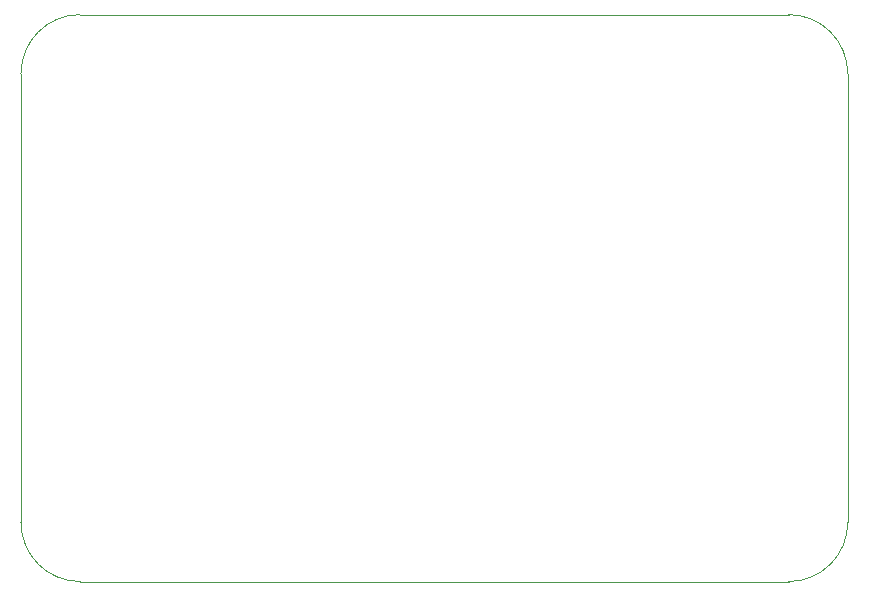
<source format=gbr>
%TF.GenerationSoftware,KiCad,Pcbnew,(5.1.9)-1*%
%TF.CreationDate,2021-03-08T12:26:08+05:30*%
%TF.ProjectId,STM32F4,53544d33-3246-4342-9e6b-696361645f70,rev?*%
%TF.SameCoordinates,Original*%
%TF.FileFunction,Profile,NP*%
%FSLAX46Y46*%
G04 Gerber Fmt 4.6, Leading zero omitted, Abs format (unit mm)*
G04 Created by KiCad (PCBNEW (5.1.9)-1) date 2021-03-08 12:26:08*
%MOMM*%
%LPD*%
G01*
G04 APERTURE LIST*
%TA.AperFunction,Profile*%
%ADD10C,0.050000*%
%TD*%
G04 APERTURE END LIST*
D10*
X25000000Y-30000000D02*
G75*
G02*
X30000000Y-25000000I5000000J0D01*
G01*
X25000000Y-68000000D02*
X25000000Y-30000000D01*
X95000000Y-68000000D02*
X95000000Y-30000000D01*
X90000000Y-25000000D02*
G75*
G02*
X95000000Y-30000000I0J-5000000D01*
G01*
X30000000Y-73000000D02*
G75*
G02*
X25000000Y-68000000I0J5000000D01*
G01*
X95000000Y-68000000D02*
G75*
G02*
X90000000Y-73000000I-5000000J0D01*
G01*
X30000000Y-25000000D02*
X90000000Y-25000000D01*
X90000000Y-73000000D02*
X30000000Y-73000000D01*
M02*

</source>
